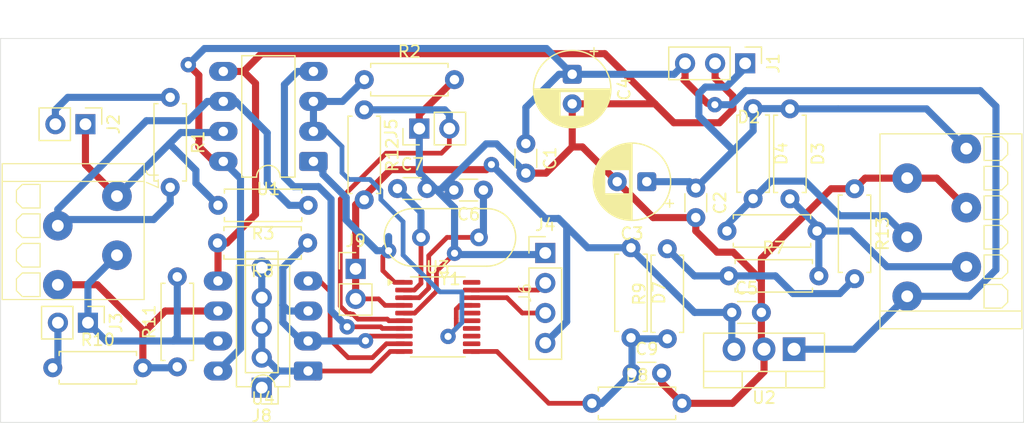
<source format=kicad_pcb>
(kicad_pcb (version 20241229) (generator "pcbnew") (generator_version "9.0")
  (layers (0 "F.Cu" signal) (2 "B.Cu" signal) (13 "F.Paste" user) (15 "B.Paste" user) (5 "F.SilkS" user "F.Silkscreen") (7 "B.SilkS" user "B.Silkscreen") (1 "F.Mask" user) (3 "B.Mask" user) (25 "Edge.Cuts" user))
  (net 0 "")
  (net 1 "+5V")
  (net 2 "GND")
  (net 3 "+12V")
  (net 4 "+3.3V")
  (net 5 "Net-(U3-PC15)")
  (net 6 "Net-(U3-PC14)")
  (net 7 "/POWER_SENSE")
  (net 8 "/LOCAL+12V")
  (net 9 "/REMOTE+12V")
  (net 10 "Net-(J2-Pin_2)")
  (net 11 "/RS-485-B1")
  (net 12 "/RS-485-B2")
  (net 13 "Net-(J3-Pin_2)")
  (net 14 "/SWCLK")
  (net 15 "/SWDIO")
  (net 16 "/RESET")
  (net 17 "/RS-485-A1")
  (net 18 "/RS-485-A2")
  (net 19 "/RO2")
  (net 20 "/DE1")
  (net 21 "Net-(R13-Pad2)")
  (net 22 "/DE2")
  (net 23 "/DI1")
  (net 24 "/RO1")
  (net 27 "/DI2")
  (footprint "Package_DIP:DIP-8_W7.62mm_LongPads" (layer "F.Cu") (at 126.005511 98.150404 180)
    (property "Reference" "U4" (at 3.81 -2.33 0) (layer "F.SilkS"))
    (property "Value" "MAX485E")
    (pad "1" thru_hole roundrect (at 0 0 180) (size 2.4 1.6) (drill 0.8) (layers "*.Cu" "*.Mask") (roundrect_rratio 0.15625) (net 19 "/RO2"))
    (pad "2" thru_hole oval (at 0 2.54 180) (size 2.4 1.6) (drill 0.8) (layers "*.Cu" "*.Mask") (net 22 "/DE2"))
    (pad "3" thru_hole oval (at 0 5.08 180) (size 2.4 1.6) (drill 0.8) (layers "*.Cu" "*.Mask") (net 22 "/DE2"))
    (pad "4" thru_hole oval (at 0 7.62 180) (size 2.4 1.6) (drill 0.8) (layers "*.Cu" "*.Mask") (net 27 "/DI2"))
    (pad "5" thru_hole oval (at 7.62 7.62 180) (size 2.4 1.6) (drill 0.8) (layers "*.Cu" "*.Mask") (net 2 "GND"))
    (pad "6" thru_hole oval (at 7.62 5.08 180) (size 2.4 1.6) (drill 0.8) (layers "*.Cu" "*.Mask") (net 18 "/RS-485-A2"))
    (pad "7" thru_hole oval (at 7.62 2.54 180) (size 2.4 1.6) (drill 0.8) (layers "*.Cu" "*.Mask") (net 12 "/RS-485-B2"))
    (pad "8" thru_hole oval (at 7.62 0 180) (size 2.4 1.6) (drill 0.8) (layers "*.Cu" "*.Mask") (net 1 "+5V"))
  )
  (footprint "Connector_PinHeader_2.54mm:PinHeader_1x03_P2.54mm_Vertical" (layer "F.Cu") (at 162.95913 72.10558 -90)
    (property "Reference" "J1" (at 0 -2.38 90) (layer "F.SilkS"))
    (property "Value" "Step Down 5V")
    (pad "1" thru_hole rect (at 0 0 270) (size 1.7 1.7) (drill 1) (layers "*.Cu" "*.Mask") (net 3 "+12V"))
    (pad "2" thru_hole circle (at 0 2.54 270) (size 1.7 1.7) (drill 1) (layers "*.Cu" "*.Mask") (net 2 "GND"))
    (pad "3" thru_hole circle (at 0 5.08 270) (size 1.7 1.7) (drill 1) (layers "*.Cu" "*.Mask") (net 1 "+5V"))
  )
  (footprint "Package_DIP:DIP-8_W7.62mm_LongPads" (layer "F.Cu") (at 126.454709 80.409313 180)
    (property "Reference" "U1" (at 3.81 -2.33 0) (layer "F.SilkS"))
    (property "Value" "MAX485E")
    (pad "1" thru_hole roundrect (at 0 0 180) (size 2.4 1.6) (drill 0.8) (layers "*.Cu" "*.Mask") (roundrect_rratio 0.15625) (net 24 "/RO1"))
    (pad "2" thru_hole oval (at 0 2.54 180) (size 2.4 1.6) (drill 0.8) (layers "*.Cu" "*.Mask") (net 20 "/DE1"))
    (pad "3" thru_hole oval (at 0 5.08 180) (size 2.4 1.6) (drill 0.8) (layers "*.Cu" "*.Mask") (net 20 "/DE1"))
    (pad "4" thru_hole oval (at 0 7.62 180) (size 2.4 1.6) (drill 0.8) (layers "*.Cu" "*.Mask") (net 23 "/DI1"))
    (pad "5" thru_hole oval (at 7.62 7.62 180) (size 2.4 1.6) (drill 0.8) (layers "*.Cu" "*.Mask") (net 2 "GND"))
    (pad "6" thru_hole oval (at 7.62 5.08 180) (size 2.4 1.6) (drill 0.8) (layers "*.Cu" "*.Mask") (net 17 "/RS-485-A1"))
    (pad "7" thru_hole oval (at 7.62 2.54 180) (size 2.4 1.6) (drill 0.8) (layers "*.Cu" "*.Mask") (net 11 "/RS-485-B1"))
    (pad "8" thru_hole oval (at 7.62 0 180) (size 2.4 1.6) (drill 0.8) (layers "*.Cu" "*.Mask") (net 1 "+5V"))
  )
  (footprint "Package_TO_SOT_THT:TO-220-3_Vertical" (layer "F.Cu") (at 167.09686 96.305708 180)
    (property "Reference" "U2" (at 2.54 -4.1 0) (layer "F.SilkS"))
    (property "Value" "LF33_TO220")
    (pad "1" thru_hole rect (at 0 0 180) (size 1.905 2) (drill 1.1) (layers "*.Cu" "*.Mask") (net 1 "+5V"))
    (pad "2" thru_hole oval (at 2.54 0 180) (size 1.905 2) (drill 1.1) (layers "*.Cu" "*.Mask") (net 2 "GND"))
    (pad "3" thru_hole oval (at 5.08 0 180) (size 1.905 2) (drill 1.1) (layers "*.Cu" "*.Mask") (net 4 "+3.3V"))
  )
  (footprint "Resistor_THT:R_Axial_DIN0207_L6.3mm_D2.5mm_P7.62mm_Horizontal" (layer "F.Cu") (at 130.749536 76.038827 -90)
    (property "Reference" "R12" (at 3.81 -2.37 90) (layer "F.SilkS"))
    (property "Value" "120")
    (pad "1" thru_hole circle (at 0 0 270) (size 1.6 1.6) (drill 0.8) (layers "*.Cu" "*.Mask") (net 16 "/RESET"))
    (pad "2" thru_hole circle (at 7.62 0 270) (size 1.6 1.6) (drill 0.8) (layers "*.Cu" "*.Mask") (net 4 "+3.3V"))
  )
  (footprint "Connector_PinHeader_2.54mm:PinHeader_1x05_P2.54mm_Vertical" (layer "F.Cu") (at 122.084481 99.558552 180)
    (property "Reference" "J8" (at 0 -2.38 0) (layer "F.SilkS"))
    (property "Value" "~")
    (pad "1" thru_hole rect (at 0 0 180) (size 1.7 1.7) (drill 1) (layers "*.Cu" "*.Mask") (net 19 "/RO2"))
    (pad "2" thru_hole circle (at 0 2.54 180) (size 1.7 1.7) (drill 1) (layers "*.Cu" "*.Mask") (net 19 "/RO2"))
    (pad "3" thru_hole circle (at 0 5.08 180) (size 1.7 1.7) (drill 1) (layers "*.Cu" "*.Mask") (net 19 "/RO2"))
    (pad "4" thru_hole circle (at 0 7.62 180) (size 1.7 1.7) (drill 1) (layers "*.Cu" "*.Mask") (net 19 "/RO2"))
    (pad "5" thru_hole circle (at 0 10.16 180) (size 1.7 1.7) (drill 1) (layers "*.Cu" "*.Mask") (net 19 "/RO2"))
  )
  (footprint "Connector_PinHeader_2.54mm:PinHeader_1x02_P2.54mm_Vertical" (layer "F.Cu") (at 107.386218 94.059792 -90)
    (property "Reference" "J3" (at 0 -2.38 90) (layer "F.SilkS"))
    (property "Value" "Conn_01x02")
    (pad "1" thru_hole rect (at 0 0 270) (size 1.7 1.7) (drill 1) (layers "*.Cu" "*.Mask") (net 12 "/RS-485-B2"))
    (pad "2" thru_hole circle (at 0 2.54 270) (size 1.7 1.7) (drill 1) (layers "*.Cu" "*.Mask") (net 13 "Net-(J3-Pin_2)"))
  )
  (footprint "Capacitor_THT:C_Disc_D3.0mm_W1.6mm_P2.50mm" (layer "F.Cu") (at 140.828707 82.833892 180)
    (property "Reference" "C6" (at 1.25 -2.05 0) (layer "F.SilkS"))
    (property "Value" "~")
    (pad "1" thru_hole circle (at 0 0 180) (size 1.6 1.6) (drill 0.8) (layers "*.Cu" "*.Mask") (net 5 "Net-(U3-PC15)"))
    (pad "2" thru_hole circle (at 2.5 0 180) (size 1.6 1.6) (drill 0.8) (layers "*.Cu" "*.Mask") (net 2 "GND"))
  )
  (footprint "Resistor_THT:R_Axial_DIN0207_L6.3mm_D2.5mm_P7.62mm_Horizontal" (layer "F.Cu") (at 161.419668 86.298558)
    (property "Reference" "D2" (at 1.851965 -9.643997 0) (layer "F.SilkS"))
    (property "Value" "D")
    (pad "1" thru_hole circle (at 0 0) (size 1.6 1.6) (drill 0.8) (layers "*.Cu" "*.Mask") (net 9 "/REMOTE+12V"))
    (pad "2" thru_hole circle (at 7.62 0) (size 1.6 1.6) (drill 0.8) (layers "*.Cu" "*.Mask") (net 8 "/LOCAL+12V"))
  )
  (footprint "Resistor_THT:R_Axial_DIN0207_L6.3mm_D2.5mm_P7.62mm_Horizontal" (layer "F.Cu") (at 150.003468 100.885453)
    (property "Reference" "D8" (at 3.81 -2.37 0) (layer "F.SilkS"))
    (property "Value" "D")
    (pad "1" thru_hole circle (at 0 0) (size 1.6 1.6) (drill 0.8) (layers "*.Cu" "*.Mask") (net 7 "/POWER_SENSE"))
    (pad "2" thru_hole circle (at 7.62 0) (size 1.6 1.6) (drill 0.8) (layers "*.Cu" "*.Mask") (net 2 "GND"))
  )
  (footprint "Connector_PinHeader_2.54mm:PinHeader_1x02_P2.54mm_Vertical" (layer "F.Cu") (at 130.024218 89.504547)
    (property "Reference" "J9" (at 0 -2.38 0) (layer "F.SilkS"))
    (property "Value" "Conn_01x02")
    (pad "1" thru_hole rect (at 0 0) (size 1.7 1.7) (drill 1) (layers "*.Cu" "*.Mask") (net 4 "+3.3V"))
    (pad "2" thru_hole circle (at 0 2.54) (size 1.7 1.7) (drill 1) (layers "*.Cu" "*.Mask") (net 4 "+3.3V"))
  )
  (footprint "Connector_PinHeader_2.54mm:PinHeader_1x02_P2.54mm_Vertical" (layer "F.Cu") (at 107.174167 77.257317 -90)
    (property "Reference" "J2" (at 0 -2.38 90) (layer "F.SilkS"))
    (property "Value" "Conn_01x02")
    (pad "1" thru_hole rect (at 0 0 270) (size 1.7 1.7) (drill 1) (layers "*.Cu" "*.Mask") (net 11 "/RS-485-B1"))
    (pad "2" thru_hole circle (at 0 2.54 270) (size 1.7 1.7) (drill 1) (layers "*.Cu" "*.Mask") (net 10 "Net-(J2-Pin_2)"))
  )
  (footprint "Resistor_THT:R_Axial_DIN0207_L6.3mm_D2.5mm_P7.62mm_Horizontal" (layer "F.Cu") (at 172.212198 82.720472 -90)
    (property "Reference" "R13" (at 3.81 -2.37 90) (layer "F.SilkS"))
    (property "Value" "120")
    (pad "1" thru_hole circle (at 0 0 270) (size 1.6 1.6) (drill 0.8) (layers "*.Cu" "*.Mask") (net 2 "GND"))
    (pad "2" thru_hole circle (at 7.62 0 270) (size 1.6 1.6) (drill 0.8) (layers "*.Cu" "*.Mask") (net 21 "Net-(R13-Pad2)"))
  )
  (footprint "Resistor_THT:R_Axial_DIN0207_L6.3mm_D2.5mm_P7.62mm_Horizontal" (layer "F.Cu") (at 104.411372 97.878166)
    (property "Reference" "R10" (at 3.81 -2.37 0) (layer "F.SilkS"))
    (property "Value" "120")
    (pad "1" thru_hole circle (at 0 0) (size 1.6 1.6) (drill 0.8) (layers "*.Cu" "*.Mask") (net 13 "Net-(J3-Pin_2)"))
    (pad "2" thru_hole circle (at 7.62 0) (size 1.6 1.6) (drill 0.8) (layers "*.Cu" "*.Mask") (net 18 "/RS-485-A2"))
  )
  (footprint "Resistor_THT:R_Axial_DIN0207_L6.3mm_D2.5mm_P7.62mm_Horizontal" (layer "F.Cu") (at 161.570539 90.098817)
    (property "Reference" "R7" (at 3.81 -2.37 0) (layer "F.SilkS"))
    (property "Value" "120")
    (pad "1" thru_hole circle (at 0 0) (size 1.6 1.6) (drill 0.8) (layers "*.Cu" "*.Mask") (net 21 "Net-(R13-Pad2)"))
    (pad "2" thru_hole circle (at 7.62 0) (size 1.6 1.6) (drill 0.8) (layers "*.Cu" "*.Mask") (net 8 "/LOCAL+12V"))
  )
  (footprint "_Footprints:PTSA-0.5-4-2.5-Z" (layer "F.Cu") (at 109.839009 83.349975 -90)
    (property "Reference" "J7" (at -1.45 -2.95 270) (layer "F.SilkS") (effects (font (thickness 0.1))))
    (property "Value" "Communication" (hide yes))
    (pad "1" thru_hole circle (at 0 0 270) (size 2.5 2.5) (drill 1) (layers "*.Cu" "*.Mask") (net 11 "/RS-485-B1"))
    (pad "2" thru_hole circle (at 2.5 5 270) (size 2.5 2.5) (drill 1) (layers "*.Cu" "*.Mask") (net 17 "/RS-485-A1"))
    (pad "3" thru_hole circle (at 5 0 270) (size 2.5 2.5) (drill 1) (layers "*.Cu" "*.Mask") (net 12 "/RS-485-B2"))
    (pad "4" thru_hole circle (at 7.5 5 270) (size 2.5 2.5) (drill 1) (layers "*.Cu" "*.Mask") (net 18 "/RS-485-A2"))
  )
  (footprint "Resistor_THT:R_Axial_DIN0207_L6.3mm_D2.5mm_P7.62mm_Horizontal" (layer "F.Cu") (at 114.941024 97.800531 90)
    (property "Reference" "R11" (at 3.81 -2.37 90) (layer "F.SilkS"))
    (property "Value" "50K")
    (pad "1" thru_hole circle (at 0 0 90) (size 1.6 1.6) (drill 0.8) (layers "*.Cu" "*.Mask") (net 18 "/RS-485-A2"))
    (pad "2" thru_hole circle (at 7.62 0 90) (size 1.6 1.6) (drill 0.8) (layers "*.Cu" "*.Mask") (net 12 "/RS-485-B2"))
  )
  (footprint "Capacitor_THT:C_Disc_D3.0mm_W1.6mm_P2.50mm" (layer "F.Cu") (at 133.557131 82.70397)
    (property "Reference" "C7" (at 1.25 -2.05 0) (layer "F.SilkS"))
    (property "Value" "~")
    (pad "1" thru_hole circle (at 0 0) (size 1.6 1.6) (drill 0.8) (layers "*.Cu" "*.Mask") (net 6 "Net-(U3-PC14)"))
    (pad "2" thru_hole circle (at 2.5 0) (size 1.6 1.6) (drill 0.8) (layers "*.Cu" "*.Mask") (net 2 "GND"))
  )
  (footprint "Resistor_THT:R_Axial_DIN0207_L6.3mm_D2.5mm_P7.62mm_Horizontal" (layer "F.Cu") (at 153.303118 87.718832 -90)
    (property "Reference" "D7" (at 3.81 -2.37 90) (layer "F.SilkS"))
    (property "Value" "D")
    (pad "1" thru_hole circle (at 0 0 270) (size 1.6 1.6) (drill 0.8) (layers "*.Cu" "*.Mask") (net 4 "+3.3V"))
    (pad "2" thru_hole circle (at 7.62 0 270) (size 1.6 1.6) (drill 0.8) (layers "*.Cu" "*.Mask") (net 7 "/POWER_SENSE"))
  )
  (footprint "Capacitor_THT:C_Disc_D3.0mm_W1.6mm_P2.50mm" (layer "F.Cu") (at 144.414685 78.898221 -90)
    (property "Reference" "C1" (at 1.25 -2.05 90) (layer "F.SilkS"))
    (property "Value" "~")
    (pad "1" thru_hole circle (at 0 0 270) (size 1.6 1.6) (drill 0.8) (layers "*.Cu" "*.Mask") (net 1 "+5V"))
    (pad "2" thru_hole circle (at 2.5 0 270) (size 1.6 1.6) (drill 0.8) (layers "*.Cu" "*.Mask") (net 2 "GND"))
  )
  (footprint "Capacitor_THT:C_Disc_D3.0mm_W1.6mm_P2.50mm" (layer "F.Cu") (at 161.832076 93.191145)
    (property "Reference" "C5" (at 1.25 -2.05 0) (layer "F.SilkS"))
    (property "Value" "~")
    (pad "1" thru_hole circle (at 0 0) (size 1.6 1.6) (drill 0.8) (layers "*.Cu" "*.Mask") (net 4 "+3.3V"))
    (pad "2" thru_hole circle (at 2.5 0) (size 1.6 1.6) (drill 0.8) (layers "*.Cu" "*.Mask") (net 2 "GND"))
  )
  (footprint "Resistor_THT:R_Axial_DIN0207_L6.3mm_D2.5mm_P7.62mm_Horizontal" (layer "F.Cu") (at 114.342574 74.982482 -90)
    (property "Reference" "R1" (at 3.81 -2.37 90) (layer "F.SilkS"))
    (property "Value" "120")
    (pad "1" thru_hole circle (at 0 0 270) (size 1.6 1.6) (drill 0.8) (layers "*.Cu" "*.Mask") (net 10 "Net-(J2-Pin_2)"))
    (pad "2" thru_hole circle (at 7.62 0 270) (size 1.6 1.6) (drill 0.8) (layers "*.Cu" "*.Mask") (net 17 "/RS-485-A1"))
  )
  (footprint "Capacitor_THT:C_Disc_D3.0mm_W1.6mm_P2.50mm" (layer "F.Cu") (at 153.393294 98.333145)
    (property "Reference" "C9" (at 1.25 -2.05 0) (layer "F.SilkS"))
    (property "Value" "~")
    (pad "1" thru_hole circle (at 0 0) (size 1.6 1.6) (drill 0.8) (layers "*.Cu" "*.Mask") (net 7 "/POWER_SENSE"))
    (pad "2" thru_hole circle (at 2.5 0) (size 1.6 1.6) (drill 0.8) (layers "*.Cu" "*.Mask") (net 2 "GND"))
  )
  (footprint "Resistor_THT:R_Axial_DIN0207_L6.3mm_D2.5mm_P7.62mm_Horizontal" (layer "F.Cu") (at 163.633722 75.938739 -90)
    (property "Reference" "D4" (at 3.81 -2.37 90) (layer "F.SilkS"))
    (property "Value" "D_Schottky")
    (pad "1" thru_hole circle (at 0 0 270) (size 1.6 1.6) (drill 0.8) (layers "*.Cu" "*.Mask") (net 3 "+12V"))
    (pad "2" thru_hole circle (at 7.62 0 270) (size 1.6 1.6) (drill 0.8) (layers "*.Cu" "*.Mask") (net 9 "/REMOTE+12V"))
  )
  (footprint "Resistor_THT:R_Axial_DIN0207_L6.3mm_D2.5mm_P7.62mm_Horizontal" (layer "F.Cu") (at 130.755298 73.48457)
    (property "Reference" "R2" (at 3.81 -2.37 0) (layer "F.SilkS"))
    (property "Value" "20K")
    (pad "1" thru_hole circle (at 0 0) (size 1.6 1.6) (drill 0.8) (layers "*.Cu" "*.Mask") (net 20 "/DE1"))
    (pad "2" thru_hole circle (at 7.62 0) (size 1.6 1.6) (drill 0.8) (layers "*.Cu" "*.Mask") (net 2 "GND"))
  )
  (footprint "Resistor_THT:R_Axial_DIN0207_L6.3mm_D2.5mm_P7.62mm_Horizontal" (layer "F.Cu") (at 126.007111 84.124595 180)
    (property "Reference" "R3" (at 3.81 -2.37 0) (layer "F.SilkS"))
    (property "Value" "50K")
    (pad "1" thru_hole circle (at 0 0 180) (size 1.6 1.6) (drill 0.8) (layers "*.Cu" "*.Mask") (net 17 "/RS-485-A1"))
    (pad "2" thru_hole circle (at 7.62 0 180) (size 1.6 1.6) (drill 0.8) (layers "*.Cu" "*.Mask") (net 11 "/RS-485-B1"))
  )
  (footprint "Package_SO:TSSOP-20_4.4x6.5mm_P0.65mm" (layer "F.Cu") (at 136.969274 93.570449)
    (property "Reference" "U3" (at 0 -4.2 0) (layer "F.SilkS"))
    (property "Value" "STM32C011F4Px")
    (pad "1" smd roundrect (at -2.8625 -2.925) (size 1.475 0.4) (layers "F.Cu" "F.Mask" "F.Paste") (net 24 "/RO1"))
    (pad "2" smd roundrect (at -2.8625 -2.275) (size 1.475 0.4) (layers "F.Cu" "F.Mask" "F.Paste") (net 6 "Net-(U3-PC14)"))
    (pad "3" smd roundrect (at -2.8625 -1.625) (size 1.475 0.4) (layers "F.Cu" "F.Mask" "F.Paste") (net 5 "Net-(U3-PC15)"))
    (pad "4" smd roundrect (at -2.8625 -0.975) (size 1.475 0.4) (layers "F.Cu" "F.Mask" "F.Paste") (net 4 "+3.3V"))
    (pad "5" smd roundrect (at -2.8625 -0.325) (size 1.475 0.4) (layers "F.Cu" "F.Mask" "F.Paste") (net 2 "GND"))
    (pad "6" smd roundrect (at -2.8625 0.325) (size 1.475 0.4) (layers "F.Cu" "F.Mask" "F.Paste") (net 16 "/RESET"))
    (pad "7" smd roundrect (at -2.8625 0.975) (size 1.475 0.4) (layers "F.Cu" "F.Mask" "F.Paste") (net 23 "/DI1"))
    (pad "8" smd roundrect (at -2.8625 1.625) (size 1.475 0.4) (layers "F.Cu" "F.Mask" "F.Paste") (net 22 "/DE2"))
    (pad "9" smd roundrect (at -2.8625 2.275) (size 1.475 0.4) (layers "F.Cu" "F.Mask" "F.Paste") (net 27 "/DI2"))
    (pad "10" smd roundrect (at -2.8625 2.925) (size 1.475 0.4) (layers "F.Cu" "F.Mask" "F.Paste") (net 19 "/RO2"))
    (pad "11" smd roundrect (at 2.8625 2.925) (size 1.475 0.4) (layers "F.Cu" "F.Mask" "F.Paste") (net 7 "/POWER_SENSE"))
    (pad "12" smd roundrect (at 2.8625 2.275) (size 1.475 0.4) (layers "F.Cu" "F.Mask" "F.Paste"))
    (pad "13" smd roundrect (at 2.8625 1.625) (size 1.475 0.4) (layers "F.Cu" "F.Mask" "F.Paste"))
    (pad "14" smd roundrect (at 2.8625 0.975) (size 1.475 0.4) (layers "F.Cu" "F.Mask" "F.Paste"))
    (pad "15" smd roundrect (at 2.8625 0.325) (size 1.475 0.4) (layers "F.Cu" "F.Mask" "F.Paste"))
    (pad "16" smd roundrect (at 2.8625 -0.325) (size 1.475 0.4) (layers "F.Cu" "F.Mask" "F.Paste"))
    (pad "17" smd roundrect (at 2.8625 -0.975) (size 1.475 0.4) (layers "F.Cu" "F.Mask" "F.Paste") (net 20 "/DE1"))
    (pad "18" smd roundrect (at 2.8625 -1.625) (size 1.475 0.4) (layers "F.Cu" "F.Mask" "F.Paste") (net 15 "/SWDIO"))
    (pad "19" smd roundrect (at 2.8625 -2.275) (size 1.475 0.4) (layers "F.Cu" "F.Mask" "F.Paste") (net 14 "/SWCLK"))
    (pad "20" smd roundrect (at 2.8625 -2.925) (size 1.475 0.4) (layers "F.Cu" "F.Mask" "F.Paste"))
  )
  (footprint "Resistor_THT:R_Axial_DIN0207_L6.3mm_D2.5mm_P7.62mm_Horizontal" (layer "F.Cu") (at 156.375511 95.42466 90)
    (property "Reference" "R9" (at 3.81 -2.37 90) (layer "F.SilkS"))
    (property "Value" "120")
    (pad "1" thru_hole circle (at 0 0 90) (size 1.6 1.6) (drill 0.8) (layers "*.Cu" "*.Mask") (net 7 "/POWER_SENSE"))
    (pad "2" thru_hole circle (at 7.62 0 90) (size 1.6 1.6) (drill 0.8) (layers "*.Cu" "*.Mask") (net 21 "Net-(R13-Pad2)"))
  )
  (footprint "Connector_PinHeader_2.54mm:PinHeader_1x02_P2.54mm_Vertical" (layer "F.Cu") (at 135.404415 77.626383 90)
    (property "Reference" "J5" (at 0 -2.38 90) (layer "F.SilkS"))
    (property "Value" "Conn_01x02")
    (pad "1" thru_hole rect (at 0 0 90) (size 1.7 1.7) (drill 1) (layers "*.Cu" "*.Mask") (net 2 "GND"))
    (pad "2" thru_hole circle (at 0 2.54 90) (size 1.7 1.7) (drill 1) (layers "*.Cu" "*.Mask") (net 16 "/RESET"))
  )
  (footprint "Crystal:Crystal_HC18-U_Vertical" (layer "F.Cu") (at 140.447626 86.840427 180)
    (property "Reference" "Y1" (at 2.45 -3.52 0) (layer "F.SilkS"))
    (property "Value" "Crystal")
    (pad "1" thru_hole circle (at 0 0 180) (size 1.5 1.5) (drill 0.8) (layers "*.Cu" "*.Mask") (net 5 "Net-(U3-PC15)"))
    (pad "2" thru_hole circle (at 4.9 0 180) (size 1.5 1.5) (drill 0.8) (layers "*.Cu" "*.Mask") (net 6 "Net-(U3-PC14)"))
  )
  (footprint "Capacitor_THT:CP_Radial_D6.3mm_P2.50mm" (layer "F.Cu") (at 154.640549 82.123883 180)
    (property "Reference" "C3" (at 1.25 -4.4 0) (layer "F.SilkS"))
    (property "Value" "C_Polarized")
    (pad "1" thru_hole roundrect (at 0 0 180) (size 1.6 1.6) (drill 0.8) (layers "*.Cu" "*.Mask") (roundrect_rratio 0.15625) (net 3 "+12V"))
    (pad "2" thru_hole circle (at 2.5 0 180) (size 1.6 1.6) (drill 0.8) (layers "*.Cu" "*.Mask") (net 2 "GND"))
  )
  (footprint "Connector_PinHeader_2.54mm:PinHeader_1x04_P2.54mm_Vertical" (layer "F.Cu") (at 146.057886 88.159887)
    (property "Reference" "J4" (at 0 -2.38 0) (layer "F.SilkS"))
    (property "Value" "ST-LINK")
    (pad "1" thru_hole rect (at 0 0) (size 1.7 1.7) (drill 1) (layers "*.Cu" "*.Mask") (net 2 "GND"))
    (pad "2" thru_hole circle (at 0 2.54) (size 1.7 1.7) (drill 1) (layers "*.Cu" "*.Mask") (net 14 "/SWCLK"))
    (pad "3" thru_hole circle (at 0 5.08) (size 1.7 1.7) (drill 1) (layers "*.Cu" "*.Mask") (net 15 "/SWDIO"))
    (pad "4" thru_hole circle (at 0 7.62) (size 1.7 1.7) (drill 1) (layers "*.Cu" "*.Mask") (net 4 "+3.3V"))
  )
  (footprint "Capacitor_THT:C_Disc_D3.0mm_W1.6mm_P2.50mm" (layer "F.Cu") (at 158.786527 82.662139 -90)
    (property "Reference" "C2" (at 1.25 -2.05 90) (layer "F.SilkS"))
    (property "Value" "~")
    (pad "1" thru_hole circle (at 0 0 270) (size 1.6 1.6) (drill 0.8) (layers "*.Cu" "*.Mask") (net 3 "+12V"))
    (pad "2" thru_hole circle (at 2.5 0 270) (size 1.6 1.6) (drill 0.8) (layers "*.Cu" "*.Mask") (net 2 "GND"))
  )
  (footprint "Capacitor_THT:CP_Radial_D6.3mm_P2.50mm" (layer "F.Cu") (at 148.337106 73.03083 -90)
    (property "Reference" "C4" (at 1.25 -4.4 90) (layer "F.SilkS"))
    (property "Value" "C_Polarized")
    (pad "1" thru_hole roundrect (at 0 0 270) (size 1.6 1.6) (drill 0.8) (layers "*.Cu" "*.Mask") (roundrect_rratio 0.15625) (net 1 "+5V"))
    (pad "2" thru_hole circle (at 2.5 0 270) (size 1.6 1.6) (drill 0.8) (layers "*.Cu" "*.Mask") (net 2 "GND"))
  )
  (footprint "_Footprints:PTSA-0.5-6-2.5-Z" (layer "F.Cu") (at 176.660514 91.823044 90)
    (property "Reference" "J6" (at 0.280133 -32.308082 90) (layer "F.SilkS") (effects (font (thickness 0.1))))
    (property "Value" "Power" (hide yes))
    (pad "1" thru_hole circle (at 0 0 90) (size 2.5 2.5) (drill 1) (layers "*.Cu" "*.Mask") (net 1 "+5V"))
    (pad "2" thru_hole circle (at 2.5 5 90) (size 2.5 2.5) (drill 1) (layers "*.Cu" "*.Mask") (net 8 "/LOCAL+12V"))
    (pad "3" thru_hole circle (at 5 0 90) (size 2.5 2.5) (drill 1) (layers "*.Cu" "*.Mask") (net 9 "/REMOTE+12V"))
    (pad "4" thru_hole circle (at 7.5 5 90) (size 2.5 2.5) (drill 1) (layers "*.Cu" "*.Mask") (net 2 "GND"))
    (pad "5" thru_hole circle (at 10 0 90) (size 2.5 2.5) (drill 1) (layers "*.Cu" "*.Mask") (net 2 "GND"))
    (pad "6" thru_hole circle (at 12.5 5 90) (size 2.5 2.5) (drill 1) (layers "*.Cu" "*.Mask") (net 3 "+12V"))
  )
  (footprint "Resistor_THT:R_Axial_DIN0207_L6.3mm_D2.5mm_P7.62mm_Horizontal" (layer "F.Cu") (at 166.74449 75.956827 -90)
    (property "Reference" "D3" (at 3.81 -2.37 90) (layer "F.SilkS"))
    (property "Value" "D_Schottky")
    (pad "1" thru_hole circle (at 0 0 270) (size 1.6 1.6) (drill 0.8) (layers "*.Cu" "*.Mask") (net 3 "+12V"))
    (pad "2" thru_hole circle (at 7.62 0 270) (size 1.6 1.6) (drill 0.8) (layers "*.Cu" "*.Mask") (net 8 "/LOCAL+12V"))
  )
  (footprint "Resistor_THT:R_Axial_DIN0207_L6.3mm_D2.5mm_P7.62mm_Horizontal" (layer "F.Cu") (at 125.967273 87.311834 180)
    (property "Reference" "R8" (at 3.81 -2.37 0) (layer "F.SilkS"))
    (property "Value" "20K")
    (pad "1" thru_hole circle (at 0 0 180) (size 1.6 1.6) (drill 0.8) (layers "*.Cu" "*.Mask") (net 22 "/DE2"))
    (pad "2" thru_hole circle (at 7.62 0 180) (size 1.6 1.6) (drill 0.8) (layers "*.Cu" "*.Mask") (net 2 "GND"))
  )
  (gr_line (start 186.5 102.5) (end 100 102.5) (stroke (width 0.05)) (layer "Edge.Cuts"))
  (gr_line (start 100 70) (end 186.5 70) (stroke (width 0.05)) (layer "Edge.Cuts"))
  (gr_line (start 100 102.5) (end 100 70) (stroke (width 0.05)) (layer "Edge.Cuts"))
  (gr_line (start 186.5 70) (end 186.5 102.5) (stroke (width 0.05)) (layer "Edge.Cuts"))
  (segment (start 157.778267 73.504332) (end 157.87913 73.403469) (width 0.6) (layer "F.Cu") (net 1))
  (segment (start 159.749973 75.476038) (end 157.778267 73.504332) (width 0.6) (layer "F.Cu") (net 1))
  (segment (start 118.027815 80.409313) (end 116.76476 79.146258) (width 0.6) (layer "F.Cu") (net 1))
  (segment (start 160.264331 75.476038) (end 159.749973 75.476038) (width 0.6) (layer "F.Cu") (net 1))
  (segment (start 160.395603 75.60731) (end 160.264331 75.476038) (width 0.6) (layer "F.Cu") (net 1))
  (segment (start 157.87913 73.403469) (end 157.87913 72.10558) (width 0.6) (layer "F.Cu") (net 1))
  (segment (start 116.76476 73.111125) (end 115.873206 72.219571) (width 0.6) (layer "F.Cu") (net 1))
  (segment (start 116.76476 79.146258) (end 116.76476 73.111125) (width 0.6) (layer "F.Cu") (net 1))
  (segment (start 118.834709 80.409313) (end 118.027815 80.409313) (width 0.6) (layer "F.Cu") (net 1))
  (via (at 115.873206 72.219571) (size 1.3) (drill 0.6) (layers "F.Cu" "B.Cu") (net 1))
  (via (at 160.395603 75.60731) (size 1.3) (drill 0.6) (layers "F.Cu" "B.Cu") (net 1))
  (segment (start 161.82062 75.60731) (end 163.009183 74.418747) (width 0.6) (layer "B.Cu") (net 1))
  (segment (start 117.244828 70.847949) (end 146.154225 70.847949) (width 0.6) (layer "B.Cu") (net 1))
  (segment (start 147.227942 73.03083) (end 148.337106 73.03083) (width 0.6) (layer "B.Cu") (net 1))
  (segment (start 118.834709 80.409313) (end 120.286511 81.861115) (width 0.6) (layer "B.Cu") (net 1))
  (segment (start 120.286511 96.249404) (end 118.385511 98.150404) (width 0.6) (layer "B.Cu") (net 1))
  (segment (start 184.168569 89.57412) (end 181.919645 91.823044) (width 0.6) (layer "B.Cu") (net 1))
  (segment (start 184.168569 75.74602) (end 184.168569 89.57412) (width 0.6) (layer "B.Cu") (net 1))
  (segment (start 157.87913 72.10558) (end 156.95388 73.03083) (width 0.6) (layer "B.Cu") (net 1))
  (segment (start 181.919645 91.823044) (end 176.660514 91.823044) (width 0.6) (layer "B.Cu") (net 1))
  (segment (start 160.395603 75.60731) (end 161.82062 75.60731) (width 0.6) (layer "B.Cu") (net 1))
  (segment (start 144.414685 78.898221) (end 144.414685 75.844087) (width 0.6) (layer "B.Cu") (net 1))
  (segment (start 163.009183 74.418747) (end 182.841296 74.418747) (width 0.6) (layer "B.Cu") (net 1))
  (segment (start 120.286511 81.861115) (end 120.286511 96.249404) (width 0.6) (layer "B.Cu") (net 1))
  (segment (start 172.17785 96.305708) (end 176.660514 91.823044) (width 0.6) (layer "B.Cu") (net 1))
  (segment (start 167.09686 96.305708) (end 172.17785 96.305708) (width 0.6) (layer "B.Cu") (net 1))
  (segment (start 156.95388 73.03083) (end 148.337106 73.03083) (width 0.6) (layer "B.Cu") (net 1))
  (segment (start 144.414685 75.844087) (end 147.227942 73.03083) (width 0.6) (layer "B.Cu") (net 1))
  (segment (start 115.873206 72.219571) (end 117.244828 70.847949) (width 0.6) (layer "B.Cu") (net 1))
  (segment (start 146.154225 70.847949) (end 148.337106 73.03083) (width 0.6) (layer "B.Cu") (net 1))
  (segment (start 182.841296 74.418747) (end 184.168569 75.74602) (width 0.6) (layer "B.Cu") (net 1))
  (segment (start 164.332076 96.080924) (end 164.55686 96.305708) (width 0.6) (layer "F.Cu") (net 2))
  (segment (start 173.109626 81.823044) (end 172.212198 82.720472) (width 0.6) (layer "F.Cu") (net 2))
  (segment (start 164.332076 88.620164) (end 164.332076 90.474386) (width 0.6) (layer "F.Cu") (net 2))
  (segment (start 119.140462 87.311834) (end 121.556798 84.895498) (width 0.6) (layer "F.Cu") (net 2))
  (segment (start 170.231768 82.720472) (end 164.332076 88.620164) (width 0.6) (layer "F.Cu") (net 2))
  (segment (start 118.385511 90.530404) (end 118.385511 87.350072) (width 0.6) (layer "F.Cu") (net 2))
  (segment (start 148.337106 75.53083) (end 155.331602 75.53083) (width 0.6) (layer "F.Cu") (net 2))
  (segment (start 160.583631 88.090613) (end 161.948303 88.090613) (width 0.6) (layer "F.Cu") (net 2))
  (segment (start 118.385511 87.350072) (end 118.347273 87.311834) (width 0.6) (layer "F.Cu") (net 2))
  (segment (start 164.55686 98.211851) (end 164.55686 96.305708) (width 0.6) (layer "F.Cu") (net 2))
  (segment (start 158.786527 86.293509) (end 160.583631 88.090613) (width 0.6) (layer "F.Cu") (net 2))
  (segment (start 179.160514 81.823044) (end 181.660514 84.323044) (width 0.6) (layer "F.Cu") (net 2))
  (segment (start 148.337106 79.182082) (end 148.337106 75.53083) (width 0.6) (layer "F.Cu") (net 2))
  (segment (start 135.019651 93.245449) (end 136.579966 91.685134) (width 0.4) (layer "F.Cu") (net 2))
  (segment (start 136.854011 89.715506) (end 138.386317 88.1832) (width 0.4) (layer "F.Cu") (net 2))
  (segment (start 136.579966 91.685134) (end 136.854011 91.411088) (width 0.4) (layer "F.Cu") (net 2))
  (segment (start 157.623468 100.885453) (end 161.883258 100.885453) (width 0.6) (layer "F.Cu") (net 2))
  (segment (start 156.934186 77.133414) (end 160.778689 77.133414) (width 0.6) (layer "F.Cu") (net 2))
  (segment (start 146.120967 81.398221) (end 148.337106 79.182082) (width 0.6) (layer "F.Cu") (net 2))
  (segment (start 161.921707 75.990396) (end 161.921707 74.875954) (width 0.6) (layer "F.Cu") (net 2))
  (segment (start 176.660514 81.823044) (end 173.109626 81.823044) (width 0.6) (layer "F.Cu") (net 2))
  (segment (start 161.921707 74.875954) (end 160.41913 73.373377) (width 0.6) (layer "F.Cu") (net 2))
  (segment (start 151.089085 71.288313) (end 155.331602 75.53083) (width 0.6) (layer "F.Cu") (net 2))
  (segment (start 164.332076 93.191145) (end 164.332076 96.080924) (width 0.6) (layer "F.Cu") (net 2))
  (segment (start 155.893294 98.333145) (end 155.893294 99.155279) (width 0.6) (layer "F.Cu") (net 2))
  (segment (start 118.347273 87.311834) (end 119.140462 87.311834) (width 0.6) (layer "F.Cu") (net 2))
  (segment (start 172.212198 82.720472) (end 170.231768 82.720472) (width 0.6) (layer "F.Cu") (net 2))
  (segment (start 160.778689 77.133414) (end 161.921707 75.990396) (width 0.6) (layer "F.Cu") (net 2))
  (segment (start 121.556798 84.895498) (end 121.556798 73.7987) (width 0.6) (layer "F.Cu") (net 2))
  (segment (start 149.198748 79.182082) (end 148.337106 79.182082) (width 0.6) (layer "F.Cu") (net 2))
  (segment (start 136.854011 91.411088) (end 136.854011 90.117996) (width 0.4) (layer "F.Cu") (net 2))
  (segment (start 161.948303 88.090613) (end 164.332076 90.474386) (width 0.6) (layer "F.Cu") (net 2))
  (segment (start 155.331602 75.53083) (end 156.934186 77.133414) (width 0.6) (layer "F.Cu") (net 2))
  (segment (start 160.41913 73.373377) (end 160.41913 72.10558) (width 0.6) (layer "F.Cu") (net 2))
  (segment (start 164.332076 90.474386) (end 164.332076 93.191145) (width 0.6) (layer "F.Cu") (net 2))
  (segment (start 122.048411 71.288313) (end 151.089085 71.288313) (width 0.6) (layer "F.Cu") (net 2))
  (segment (start 158.786527 85.162139) (end 158.786527 86.293509) (width 0.6) (layer "F.Cu") (net 2))
  (segment (start 136.854011 90.117996) (end 136.854011 89.715506) (width 0.4) (layer "F.Cu") (net 2))
  (segment (start 120.547411 72.789313) (end 122.048411 71.288313) (width 0.6) (layer "F.Cu") (net 2))
  (segment (start 120.547411 72.789313) (end 118.834709 72.789313) (width 0.6) (layer "F.Cu") (net 2))
  (segment (start 144.414685 81.398221) (end 146.120967 81.398221) (width 0.6) (layer "F.Cu") (net 2))
  (segment (start 155.178805 85.162139) (end 158.786527 85.162139) (width 0.6) (layer "F.Cu") (net 2))
  (segment (start 152.140549 82.123883) (end 149.198748 79.182082) (width 0.6) (layer "F.Cu") (net 2))
  (segment (start 176.660514 81.823044) (end 179.160514 81.823044) (width 0.6) (layer "F.Cu") (net 2))
  (segment (start 161.883258 100.885453) (end 164.55686 98.211851) (width 0.6) (layer "F.Cu") (net 2))
  (segment (start 135.404415 77.626383) (end 135.404415 76.455453) (width 0.6) (layer "F.Cu") (net 2))
  (segment (start 155.893294 99.155279) (end 157.623468 100.885453) (width 0.6) (layer "F.Cu") (net 2))
  (segment (start 135.404415 76.455453) (end 138.375298 73.48457) (width 0.6) (layer "F.Cu") (net 2))
  (segment (start 134.106774 93.245449) (end 135.019651 93.245449) (width 0.4) (layer "F.Cu") (net 2))
  (segment (start 121.556798 73.7987) (end 120.547411 72.789313) (width 0.6) (layer "F.Cu") (net 2))
  (segment (start 152.140549 82.123883) (end 155.178805 85.162139) (width 0.6) (layer "F.Cu") (net 2))
  (via (at 138.386317 88.1832) (size 1.3) (drill 0.6) (layers "F.Cu" "B.Cu") (net 2))
  (segment (start 136.814641 82.770972) (end 138.386317 84.342649) (width 0.6) (layer "B.Cu") (net 2))
  (segment (start 138.386317 84.342649) (end 138.386317 88.1832) (width 0.6) (layer "B.Cu") (net 2))
  (segment (start 137.211522 82.770972) (end 136.814641 82.770972) (width 0.6) (layer "B.Cu") (net 2))
  (segment (start 146.057886 88.159887) (end 145.926346 88.291427) (width 0.6) (layer "B.Cu") (net 2))
  (segment (start 141.060887 78.921607) (end 137.211522 82.770972) (width 0.6) (layer "B.Cu") (net 2))
  (segment (start 141.938071 78.921607) (end 141.060887 78.921607) (width 0.6) (layer "B.Cu") (net 2))
  (segment (start 145.926346 88.291427) (end 138.494544 88.291427) (width 0.6) (layer "B.Cu") (net 2))
  (segment (start 144.414685 81.398221) (end 141.938071 78.921607) (width 0.6) (layer "B.Cu") (net 2))
  (segment (start 135.404415 77.626383) (end 135.404415 81.360746) (width 0.6) (layer "B.Cu") (net 2))
  (segment (start 135.404415 81.360746) (end 136.814641 82.770972) (width 0.6) (layer "B.Cu") (net 2))
  (segment (start 138.494544 88.291427) (end 138.386317 88.1832) (width 0.6) (layer "B.Cu") (net 2))
  (segment (start 170.8333 75.956827) (end 178.294297 75.956827) (width 0.6) (layer "B.Cu") (net 3))
  (segment (start 162.95913 72.10558) (end 162.95913 72.49358) (width 0.6) (layer "B.Cu") (net 3))
  (segment (start 178.294297 75.956827) (end 181.660514 79.323044) (width 0.6) (layer "B.Cu") (net 3))
  (segment (start 166.74449 75.956827) (end 170.8333 75.956827) (width 0.6) (layer "B.Cu") (net 3))
  (segment (start 163.633722 75.938739) (end 166.726402 75.938739) (width 0.6) (layer "B.Cu") (net 3))
  (segment (start 162.95913 72.49358) (end 161.337883 74.114827) (width 0.6) (layer "B.Cu") (net 3))
  (segment (start 161.337883 74.114827) (end 159.592342 74.114827) (width 0.6) (layer "B.Cu") (net 3))
  (segment (start 159.592342 74.114827) (end 159.044603 74.662566) (width 0.6) (layer "B.Cu") (net 3))
  (segment (start 159.044603 76.568503) (end 161.962383 79.486283) (width 0.6) (layer "B.Cu") (net 3))
  (segment (start 154.640549 82.123883) (end 158.248271 82.123883) (width 0.6) (layer "B.Cu") (net 3))
  (segment (start 158.248271 82.123883) (end 158.786527 82.662139) (width 0.6) (layer "B.Cu") (net 3))
  (segment (start 163.633722 77.814944) (end 161.962383 79.486283) (width 0.6) (layer "B.Cu") (net 3))
  (segment (start 163.633722 75.938739) (end 163.633722 77.814944) (width 0.6) (layer "B.Cu") (net 3))
  (segment (start 159.044603 74.662566) (end 159.044603 76.568503) (width 0.6) (layer "B.Cu") (net 3))
  (segment (start 161.962383 79.486283) (end 158.786527 82.662139) (width 0.6) (layer "B.Cu") (net 3))
  (segment (start 166.726402 75.938739) (end 166.74449 75.956827) (width 0.6) (layer "B.Cu") (net 3))
  (segment (start 130.024218 89.504547) (end 130.024218 92.044547) (width 0.6) (layer "F.Cu") (net 4))
  (segment (start 132.995189 81.103745) (end 141.074957 81.103745) (width 0.6) (layer "F.Cu") (net 4))
  (segment (start 134.106774 92.595449) (end 132.516973 92.595449) (width 0.4) (layer "F.Cu") (net 4))
  (segment (start 141.074957 81.103745) (end 141.504527 80.674175) (width 0.6) (layer "F.Cu") (net 4))
  (segment (start 130.024218 84.074716) (end 132.995189 81.103745) (width 0.6) (layer "F.Cu") (net 4))
  (segment (start 132.516973 92.595449) (end 131.966071 92.044547) (width 0.4) (layer "F.Cu") (net 4))
  (segment (start 131.966071 92.044547) (end 130.024218 92.044547) (width 0.4) (layer "F.Cu") (net 4))
  (segment (start 130.024218 89.504547) (end 130.024218 84.074716) (width 0.6) (layer "F.Cu") (net 4))
  (via (at 141.504527 80.674175) (size 1.3) (drill 0.6) (layers "F.Cu" "B.Cu") (net 4))
  (segment (start 161.832076 93.191145) (end 161.832076 96.120924) (width 0.6) (layer "B.Cu") (net 4))
  (segment (start 146.070267 85.239915) (end 147.173691 85.239915) (width 0.6) (layer "B.Cu") (net 4))
  (segment (start 146.057886 95.779887) (end 147.868573 93.9692) (width 0.6) (layer "B.Cu") (net 4))
  (segment (start 147.868573 93.9692) (end 147.868573 85.934796) (width 0.6) (layer "B.Cu") (net 4))
  (segment (start 153.303118 87.718832) (end 153.303118 87.807407) (width 0.6) (layer "B.Cu") (net 4))
  (segment (start 149.652608 87.718832) (end 153.303118 87.718832) (width 0.6) (layer "B.Cu") (net 4))
  (segment (start 141.504527 80.674175) (end 146.070267 85.239915) (width 0.6) (layer "B.Cu") (net 4))
  (segment (start 147.173691 85.239915) (end 147.868573 85.934796) (width 0.6) (layer "B.Cu") (net 4))
  (segment (start 158.686856 93.191145) (end 161.832076 93.191145) (width 0.6) (layer "B.Cu") (net 4))
  (segment (start 161.832076 96.120924) (end 162.01686 96.305708) (width 0.6) (layer "B.Cu") (net 4))
  (segment (start 147.868573 85.934796) (end 149.652608 87.718832) (width 0.6) (layer "B.Cu") (net 4))
  (segment (start 153.303118 87.807407) (end 158.686856 93.191145) (width 0.6) (layer "B.Cu") (net 4))
  (segment (start 136.203011 91.141435) (end 136.203011 88.385315) (width 0.4) (layer "F.Cu") (net 5))
  (segment (start 137.747899 86.840427) (end 140.447626 86.840427) (width 0.4) (layer "F.Cu") (net 5))
  (segment (start 135.398997 91.945449) (end 136.203011 91.141435) (width 0.4) (layer "F.Cu") (net 5))
  (segment (start 136.203011 88.385315) (end 137.747899 86.840427) (width 0.4) (layer "F.Cu") (net 5))
  (segment (start 134.106774 91.945449) (end 135.398997 91.945449) (width 0.4) (layer "F.Cu") (net 5))
  (segment (start 140.828707 86.459346) (end 140.447626 86.840427) (width 0.6) (layer "B.Cu") (net 5))
  (segment (start 140.828707 82.833892) (end 140.828707 86.459346) (width 0.6) (layer "B.Cu") (net 5))
  (segment (start 134.987891 91.295449) (end 135.547626 90.735714) (width 0.4) (layer "F.Cu") (net 6))
  (segment (start 135.547626 90.735714) (end 135.547626 86.840427) (width 0.4) (layer "F.Cu") (net 6))
  (segment (start 134.106774 91.295449) (end 134.987891 91.295449) (width 0.4) (layer "F.Cu") (net 6))
  (segment (start 135.547626 84.694465) (end 135.547626 86.840427) (width 0.6) (layer "B.Cu") (net 6))
  (segment (start 133.557131 82.70397) (end 135.547626 84.694465) (width 0.6) (layer "B.Cu") (net 6))
  (segment (start 141.96457 96.495449) (end 146.354574 100.885453) (width 0.4) (layer "F.Cu") (net 7))
  (segment (start 146.354574 100.885453) (end 150.003468 100.885453) (width 0.4) (layer "F.Cu") (net 7))
  (segment (start 139.831774 96.495449) (end 141.96457 96.495449) (width 0.4) (layer "F.Cu") (net 7))
  (segment (start 156.375511 95.42466) (end 153.388946 95.42466) (width 0.6) (layer "B.Cu") (net 7))
  (segment (start 150.003468 100.885453) (end 150.840986 100.885453) (width 0.6) (layer "B.Cu") (net 7))
  (segment (start 153.393294 95.429008) (end 153.303118 95.338832) (width 0.6) (layer "B.Cu") (net 7))
  (segment (start 150.840986 100.885453) (end 153.393294 98.333145) (width 0.6) (layer "B.Cu") (net 7))
  (segment (start 153.388946 95.42466) (end 153.303118 95.338832) (width 0.6) (layer "B.Cu") (net 7))
  (segment (start 153.393294 98.333145) (end 153.393294 95.429008) (width 0.6) (layer "B.Cu") (net 7))
  (segment (start 174.962902 89.323044) (end 171.938416 86.298558) (width 0.6) (layer "B.Cu") (net 8))
  (segment (start 181.660514 89.323044) (end 174.962902 89.323044) (width 0.6) (layer "B.Cu") (net 8))
  (segment (start 169.190539 86.449429) (end 169.039668 86.298558) (width 0.6) (layer "B.Cu") (net 8))
  (segment (start 169.039668 86.298558) (end 169.039668 85.872005) (width 0.6) (layer "B.Cu") (net 8))
  (segment (start 171.938416 86.298558) (end 169.039668 86.298558) (width 0.6) (layer "B.Cu") (net 8))
  (segment (start 169.190539 90.098817) (end 169.190539 86.449429) (width 0.6) (layer "B.Cu") (net 8))
  (segment (start 169.039668 85.872005) (end 166.74449 83.576827) (width 0.6) (layer "B.Cu") (net 8))
  (segment (start 174.845684 85.008214) (end 176.660514 86.823044) (width 0.6) (layer "B.Cu") (net 9))
  (segment (start 161.419668 86.298558) (end 161.419668 85.772793) (width 0.6) (layer "B.Cu") (net 9))
  (segment (start 168.026517 82.075827) (end 170.958904 85.008214) (width 0.6) (layer "B.Cu") (net 9))
  (segment (start 170.958904 85.008214) (end 174.845684 85.008214) (width 0.6) (layer "B.Cu") (net 9))
  (segment (start 165.116634 82.075827) (end 168.026517 82.075827) (width 0.6) (layer "B.Cu") (net 9))
  (segment (start 161.419668 85.772793) (end 163.633722 83.558739) (width 0.6) (layer "B.Cu") (net 9))
  (segment (start 163.633722 83.558739) (end 165.116634 82.075827) (width 0.6) (layer "B.Cu") (net 9))
  (segment (start 114.342574 74.982482) (end 105.690443 74.982482) (width 0.6) (layer "B.Cu") (net 10))
  (segment (start 104.634167 76.038758) (end 104.634167 77.257317) (width 0.6) (layer "B.Cu") (net 10))
  (segment (start 105.690443 74.982482) (end 104.634167 76.038758) (width 0.6) (layer "B.Cu") (net 10))
  (segment (start 107.174167 77.257317) (end 107.174167 80.685133) (width 0.6) (layer "F.Cu") (net 11))
  (segment (start 107.174167 80.685133) (end 109.839009 83.349975) (width 0.6) (layer "F.Cu") (net 11))
  (segment (start 115.225945 77.963039) (end 114.272994 78.91599) (width 0.6) (layer "B.Cu") (net 11))
  (segment (start 116.518505 81.161501) (end 114.272994 78.91599) (width 0.6) (layer "B.Cu") (net 11))
  (segment (start 118.387111 84.124595) (end 116.518505 82.255989) (width 0.6) (layer "B.Cu") (net 11))
  (segment (start 114.272994 78.91599) (end 109.839009 83.349975) (width 0.6) (layer "B.Cu") (net 11))
  (segment (start 116.518505 82.255989) (end 116.518505 81.161501) (width 0.6) (layer "B.Cu") (net 11))
  (segment (start 118.834709 77.869313) (end 118.740983 77.963039) (width 0.6) (layer "B.Cu") (net 11))
  (segment (start 118.740983 77.963039) (end 115.225945 77.963039) (width 0.6) (layer "B.Cu") (net 11))
  (segment (start 108.93683 95.610404) (end 107.386218 94.059792) (width 0.6) (layer "B.Cu") (net 12))
  (segment (start 114.941024 95.273054) (end 114.603674 95.610404) (width 0.6) (layer "B.Cu") (net 12))
  (segment (start 114.941024 90.180531) (end 114.941024 95.273054) (width 0.6) (layer "B.Cu") (net 12))
  (segment (start 118.385511 95.610404) (end 114.603674 95.610404) (width 0.6) (layer "B.Cu") (net 12))
  (segment (start 107.386218 94.059792) (end 107.386218 90.802766) (width 0.6) (layer "B.Cu") (net 12))
  (segment (start 107.386218 90.802766) (end 109.839009 88.349975) (width 0.6) (layer "B.Cu") (net 12))
  (segment (start 114.603674 95.610404) (end 108.93683 95.610404) (width 0.6) (layer "B.Cu") (net 12))
  (segment (start 104.846218 94.059792) (end 104.846218 97.44332) (width 0.6) (layer "B.Cu") (net 13))
  (segment (start 104.846218 97.44332) (end 104.411372 97.878166) (width 0.6) (layer "B.Cu") (net 13))
  (segment (start 145.462324 91.295449) (end 146.057886 90.699887) (width 0.4) (layer "F.Cu") (net 14))
  (segment (start 139.831774 91.295449) (end 145.462324 91.295449) (width 0.4) (layer "F.Cu") (net 14))
  (segment (start 144.109767 93.239887) (end 146.057886 93.239887) (width 0.4) (layer "F.Cu") (net 15))
  (segment (start 139.831774 91.945449) (end 142.815329 91.945449) (width 0.4) (layer "F.Cu") (net 15))
  (segment (start 142.815329 91.945449) (end 144.109767 93.239887) (width 0.4) (layer "F.Cu") (net 15))
  (segment (start 128.723218 83.591109) (end 132.60584 79.708487) (width 0.4) (layer "F.Cu") (net 16))
  (segment (start 134.106774 93.895449) (end 132.835897 93.895449) (width 0.4) (layer "F.Cu") (net 16))
  (segment (start 130.212582 93.759404) (end 129.798725 93.345547) (width 0.4) (layer "F.Cu") (net 16))
  (segment (start 132.699852 93.759404) (end 130.212582 93.759404) (width 0.4) (layer "F.Cu") (net 16))
  (segment (start 129.347103 93.284441) (end 128.723218 92.660556) (width 0.4) (layer "F.Cu") (net 16))
  (segment (start 129.552218 93.284441) (end 129.347103 93.284441) (width 0.4) (layer "F.Cu") (net 16))
  (segment (start 137.278833 79.708487) (end 137.944415 79.042905) (width 0.4) (layer "F.Cu") (net 16))
  (segment (start 137.944415 79.042905) (end 137.944415 77.626383) (width 0.4) (layer "F.Cu") (net 16))
  (segment (start 132.60584 79.708487) (end 137.278833 79.708487) (width 0.4) (layer "F.Cu") (net 16))
  (segment (start 128.723218 92.660556) (end 128.723218 83.591109) (width 0.4) (layer "F.Cu") (net 16))
  (segment (start 132.835897 93.895449) (end 132.699852 93.759404) (width 0.4) (layer "F.Cu") (net 16))
  (segment (start 129.798725 93.345547) (end 129.613324 93.345547) (width 0.4) (layer "F.Cu") (net 16))
  (segment (start 129.613324 93.345547) (end 129.552218 93.284441) (width 0.4) (layer "F.Cu") (net 16))
  (segment (start 137.944415 76.424302) (end 137.944415 77.626383) (width 0.6) (layer "B.Cu") (net 16))
  (segment (start 137.55894 76.038827) (end 137.944415 76.424302) (width 0.6) (layer "B.Cu") (net 16))
  (segment (start 137.944415 77.626383) (end 137.944415 77.634064) (width 0.6) (layer "B.Cu") (net 16))
  (segment (start 130.749536 76.038827) (end 137.55894 76.038827) (width 0.6) (layer "B.Cu") (net 16))
  (segment (start 117.482463 75.329313) (end 118.834709 75.329313) (width 0.6) (layer "B.Cu") (net 17))
  (segment (start 122.547924 77.989626) (end 119.887611 75.329313) (width 0.6) (layer "B.Cu") (net 17))
  (segment (start 114.342574 83.930418) (end 112.944905 85.328087) (width 0.6) (layer "B.Cu") (net 17))
  (segment (start 119.887611 75.329313) (end 118.834709 75.329313) (width 0.6) (layer "B.Cu") (net 17))
  (segment (start 104.839009 84.459527) (end 112.336497 76.962039) (width 0.6) (layer "B.Cu") (net 17))
  (segment (start 124.417759 84.124595) (end 122.547924 82.25476) (width 0.6) (layer "B.Cu") (net 17))
  (segment (start 105.360897 85.328087) (end 104.839009 85.849975) (width 0.6) (layer "B.Cu") (net 17))
  (segment (start 115.849737 76.962039) (end 117.482463 75.329313) (width 0.6) (layer "B.Cu") (net 17))
  (segment (start 122.547924 82.25476) (end 122.547924 77.989626) (width 0.6) (layer "B.Cu") (net 17))
  (segment (start 114.342574 82.602482) (end 114.342574 83.930418) (width 0.6) (layer "B.Cu") (net 17))
  (segment (start 104.839009 85.849975) (end 104.839009 84.459527) (width 0.6) (layer "B.Cu") (net 17))
  (segment (start 112.944905 85.328087) (end 105.360897 85.328087) (width 0.6) (layer "B.Cu") (net 17))
  (segment (start 126.007111 84.124595) (end 124.417759 84.124595) (width 0.6) (layer "B.Cu") (net 17))
  (segment (start 112.336497 76.962039) (end 115.849737 76.962039) (width 0.6) (layer "B.Cu") (net 17))
  (segment (start 112.293274 94.699791) (end 113.922661 93.070404) (width 0.6) (layer "F.Cu") (net 18))
  (segment (start 112.031372 94.699791) (end 112.293274 94.699791) (width 0.6) (layer "F.Cu") (net 18))
  (segment (start 108.181556 90.849975) (end 112.031372 94.699791) (width 0.6) (layer "F.Cu") (net 18))
  (segment (start 112.031372 94.699791) (end 112.031372 97.878166) (width 0.6) (layer "F.Cu") (net 18))
  (segment (start 104.839009 90.849975) (end 108.181556 90.849975) (width 0.6) (layer "F.Cu") (net 18))
  (segment (start 113.922661 93.070404) (end 118.385511 93.070404) (width 0.6) (layer "F.Cu") (net 18))
  (segment (start 112.031372 97.878166) (end 114.863389 97.878166) (width 0.6) (layer "B.Cu") (net 18))
  (segment (start 114.863389 97.878166) (end 114.941024 97.800531) (width 0.6) (layer "B.Cu") (net 18))
  (segment (start 132.946329 96.495449) (end 131.291374 98.150404) (width 0.4) (layer "F.Cu") (net 19))
  (segment (start 126.626362 98.771255) (end 126.005511 98.150404) (width 0.4) (layer "F.Cu") (net 19))
  (segment (start 134.106774 96.495449) (end 132.946329 96.495449) (width 0.4) (layer "F.Cu") (net 19))
  (segment (start 131.291374 98.150404) (end 126.005511 98.150404) (width 0.4) (layer "F.Cu") (net 19))
  (segment (start 122.360777 97.018552) (end 123.492629 98.150404) (width 0.6) (layer "B.Cu") (net 19))
  (segment (start 123.492629 98.150404) (end 122.084481 99.558552) (width 0.6) (layer "B.Cu") (net 19))
  (segment (start 126.005511 98.150404) (end 123.492629 98.150404) (width 0.6) (layer "B.Cu") (net 19))
  (segment (start 122.084481 97.018552) (end 122.360777 97.018552) (width 0.6) (layer "B.Cu") (net 19))
  (segment (start 122.084481 97.018552) (end 122.084481 89.398552) (width 0.6) (layer "B.Cu") (net 19))
  (segment (start 138.532156 93.703038) (end 138.532156 94.528253) (width 0.4) (layer "F.Cu") (net 20))
  (segment (start 139.831774 92.595449) (end 138.844361 92.595449) (width 0.4) (layer "F.Cu") (net 20))
  (segment (start 138.844361 92.595449) (end 138.629755 92.810055) (width 0.4) (layer "F.Cu") (net 20))
  (segment (start 138.629755 92.810055) (end 138.532156 92.907654) (width 0.4) (layer "F.Cu") (net 20))
  (segment (start 138.532156 94.528253) (end 137.835993 95.224416) (width 0.4) (layer "F.Cu") (net 20))
  (segment (start 138.532156 92.907654) (end 138.532156 93.703038) (width 0.4) (layer "F.Cu") (net 20))
  (via (at 137.835993 95.224416) (size 1.3) (drill 0.6) (layers "F.Cu" "B.Cu") (net 20))
  (segment (start 129.436667 81.936253) (end 131.23118 81.936253) (width 0.4) (layer "B.Cu") (net 20))
  (segment (start 139.007586 91.452457) (end 139.007586 94.052823) (width 0.4) (layer "B.Cu") (net 20))
  (segment (start 126.454709 77.869313) (end 126.454709 75.329313) (width 0.6) (layer "B.Cu") (net 20))
  (segment (start 127.592374 77.869313) (end 128.869319 79.146258) (width 0.4) (layer "B.Cu") (net 20))
  (segment (start 139.007586 94.052823) (end 137.835993 95.224416) (width 0.4) (layer "B.Cu") (net 20))
  (segment (start 128.869319 81.368905) (end 129.436667 81.936253) (width 0.4) (layer "B.Cu") (net 20))
  (segment (start 128.869319 79.146258) (end 128.869319 81.368905) (width 0.4) (layer "B.Cu") (net 20))
  (segment (start 128.910555 75.329313) (end 130.755298 73.48457) (width 0.6) (layer "B.Cu") (net 20))
  (segment (start 131.23118 81.936253) (end 132.156131 82.861204) (width 0.4) (layer "B.Cu") (net 20))
  (segment (start 137.150182 91.452457) (end 139.007586 91.452457) (width 0.4) (layer "B.Cu") (net 20))
  (segment (start 132.156131 83.633239) (end 134.035458 85.512566) (width 0.4) (layer "B.Cu") (net 20))
  (segment (start 126.454709 77.869313) (end 127.592374 77.869313) (width 0.4) (layer "B.Cu") (net 20))
  (segment (start 132.156131 82.861204) (end 132.156131 83.633239) (width 0.4) (layer "B.Cu") (net 20))
  (segment (start 126.454709 75.329313) (end 128.910555 75.329313) (width 0.6) (layer "B.Cu") (net 20))
  (segment (start 134.035458 85.512566) (end 134.035458 88.337733) (width 0.4) (layer "B.Cu") (net 20))
  (segment (start 134.035458 88.337733) (end 137.150182 91.452457) (width 0.4) (layer "B.Cu") (net 20))
  (segment (start 170.952853 91.599817) (end 167.023851 91.599817) (width 0.6) (layer "B.Cu") (net 21))
  (segment (start 165.522851 90.098817) (end 161.570539 90.098817) (width 0.6) (layer "B.Cu") (net 21))
  (segment (start 161.570539 90.098817) (end 158.669668 90.098817) (width 0.6) (layer "B.Cu") (net 21))
  (segment (start 172.212198 90.340472) (end 170.952853 91.599817) (width 0.6) (layer "B.Cu") (net 21))
  (segment (start 167.023851 91.599817) (end 165.522851 90.098817) (width 0.6) (layer "B.Cu") (net 21))
  (segment (start 158.669668 90.098817) (end 156.375511 87.80466) (width 0.6) (layer "B.Cu") (net 21))
  (segment (start 131.249876 95.195449) (end 130.856021 95.589304) (width 0.4) (layer "F.Cu") (net 22))
  (segment (start 134.106774 95.195449) (end 131.249876 95.195449) (width 0.4) (layer "F.Cu") (net 22))
  (via (at 130.856021 95.589304) (size 1.3) (drill 0.6) (layers "F.Cu" "B.Cu") (net 22))
  (segment (start 123.865108 94.029354) (end 123.865108 92.580739) (width 0.6) (layer "B.Cu") (net 22))
  (segment (start 124.367645 93.070404) (end 126.005511 93.070404) (width 0.6) (layer "B.Cu") (net 22))
  (segment (start 125.967273 87.311834) (end 123.865108 89.413999) (width 0.6) (layer "B.Cu") (net 22))
  (segment (start 123.865108 92.580739) (end 124.361209 93.07684) (width 0.6) (layer "B.Cu") (net 22))
  (segment (start 126.005511 95.610404) (end 125.446158 95.610404) (width 0.6) (layer "B.Cu") (net 22))
  (segment (start 123.865108 89.413999) (end 123.865108 92.580739) (width 0.6) (layer "B.Cu") (net 22))
  (segment (start 126.005511 95.610404) (end 130.642849 95.610404) (width 0.6) (layer "B.Cu") (net 22))
  (segment (start 124.361209 93.07684) (end 124.367645 93.070404) (width 0.6) (layer "B.Cu") (net 22))
  (segment (start 125.446158 95.610404) (end 123.865108 94.029354) (width 0.6) (layer "B.Cu") (net 22))
  (segment (start 129.306532 94.410404) (end 132.145934 94.410404) (width 0.4) (layer "F.Cu") (net 23))
  (segment (start 132.145934 94.410404) (end 132.280979 94.545449) (width 0.4) (layer "F.Cu") (net 23))
  (segment (start 132.280979 94.545449) (end 134.106774 94.545449) (width 0.4) (layer "F.Cu") (net 23))
  (via (at 129.306532 94.410404) (size 1.3) (drill 0.6) (layers "F.Cu" "B.Cu") (net 23))
  (segment (start 124.000063 81.752339) (end 124.788745 82.541021) (width 0.6) (layer "B.Cu") (net 23))
  (segment (start 126.454709 72.789313) (end 125.110557 72.789313) (width 0.6) (layer "B.Cu") (net 23))
  (segment (start 124.788745 82.541021) (end 126.880468 82.541021) (width 0.6) (layer "B.Cu") (net 23))
  (segment (start 126.880468 82.541021) (end 127.943474 83.604027) (width 0.6) (layer "B.Cu") (net 23))
  (segment (start 125.110557 72.789313) (end 124.000063 73.899807) (width 0.6) (layer "B.Cu") (net 23))
  (segment (start 127.943474 83.604027) (end 127.943474 93.047346) (width 0.6) (layer "B.Cu") (net 23))
  (segment (start 127.943474 93.047346) (end 129.306532 94.410404) (width 0.6) (layer "B.Cu") (net 23))
  (segment (start 124.000063 73.899807) (end 124.000063 81.752339) (width 0.6) (layer "B.Cu") (net 23))
  (segment (start 132.320932 88.460903) (end 132.812366 87.969469) (width 0.4) (layer "F.Cu") (net 24))
  (segment (start 133.314177 90.645449) (end 132.320932 89.652204) (width 0.4) (layer "F.Cu") (net 24))
  (segment (start 132.320932 89.652204) (end 132.320932 88.460903) (width 0.4) (layer "F.Cu") (net 24))
  (segment (start 134.106774 90.645449) (end 133.314177 90.645449) (width 0.4) (layer "F.Cu") (net 24))
  (via (at 132.812366 87.969469) (size 1.3) (drill 0.6) (layers "F.Cu" "B.Cu") (net 24))
  (segment (start 132.812366 86.76697) (end 132.812366 87.969469) (width 0.6) (layer "B.Cu") (net 24))
  (segment (start 129.224357 83.469282) (end 129.224357 85.372038) (width 0.6) (layer "B.Cu") (net 24))
  (segment (start 129.224357 85.372038) (end 131.821788 87.969469) (width 0.6) (layer "B.Cu") (net 24))
  (segment (start 127.254709 81.499634) (end 129.224357 83.469282) (width 0.6) (layer "B.Cu") (net 24))
  (segment (start 126.454709 80.409313) (end 127.254709 81.209313) (width 0.6) (layer "B.Cu") (net 24))
  (segment (start 131.821788 87.969469) (end 132.812366 87.969469) (width 0.6) (layer "B.Cu") (net 24))
  (segment (start 127.254709 81.209313) (end 127.254709 81.499634) (width 0.6) (layer "B.Cu") (net 24))
  (segment (start 132.62397 95.845449) (end 131.451342 97.018077) (width 0.4) (layer "F.Cu") (net 27))
  (segment (start 127.863795 95.494312) (end 127.863795 91.410376) (width 0.4) (layer "F.Cu") (net 27))
  (segment (start 134.106774 95.845449) (end 132.62397 95.845449) (width 0.4) (layer "F.Cu") (net 27))
  (segment (start 127.863795 91.410376) (end 126.983823 90.530404) (width 0.4) (layer "F.Cu") (net 27))
  (segment (start 126.983823 90.530404) (end 126.005511 90.530404) (width 0.4) (layer "F.Cu") (net 27))
  (segment (start 131.451342 97.018077) (end 129.38756 97.018077) (width 0.4) (layer "F.Cu") (net 27))
  (segment (start 129.38756 97.018077) (end 127.863795 95.494312) (width 0.4) (layer "F.Cu") (net 27))
)
</source>
